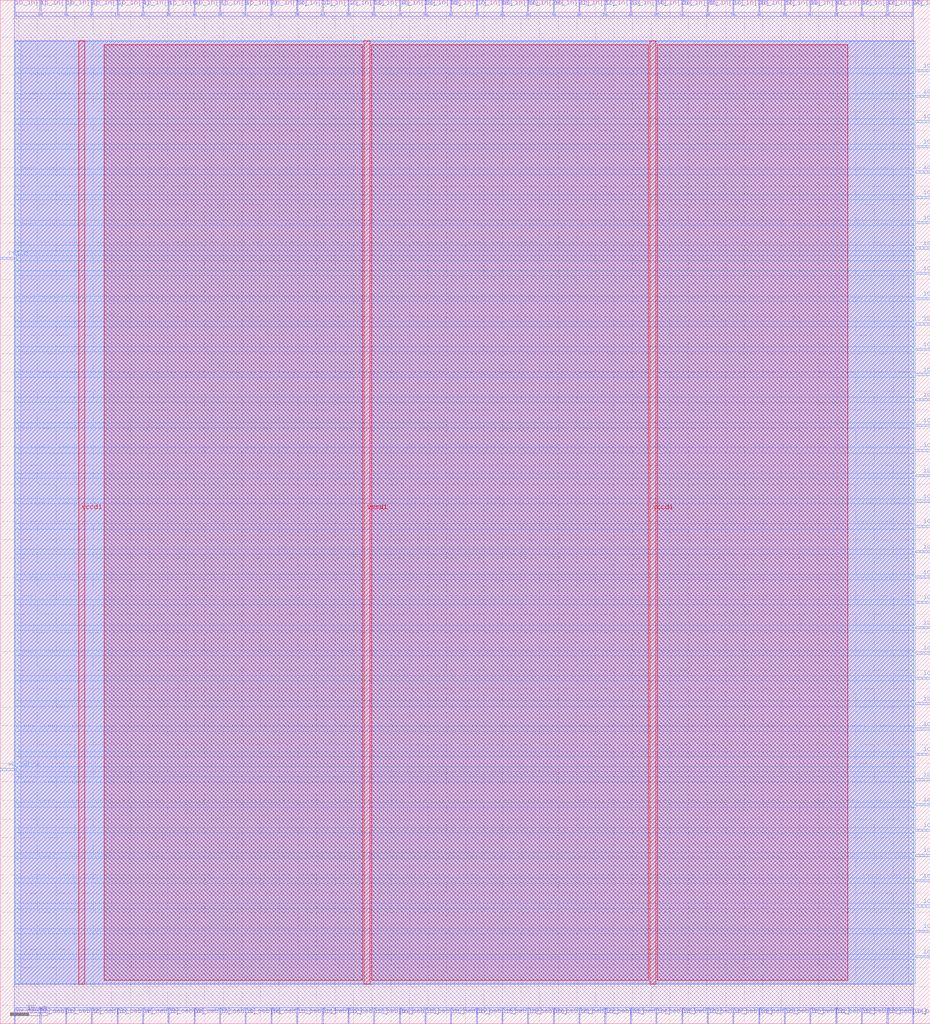
<source format=lef>
VERSION 5.7 ;
  NOWIREEXTENSIONATPIN ON ;
  DIVIDERCHAR "/" ;
  BUSBITCHARS "[]" ;
MACRO scrapcpu
  CLASS BLOCK ;
  FOREIGN scrapcpu ;
  ORIGIN 0.000 0.000 ;
  SIZE 250.000 BY 275.000 ;
  PIN io_in[0]
    DIRECTION INPUT ;
    USE SIGNAL ;
    PORT
      LAYER met2 ;
        RECT 3.770 271.000 4.050 275.000 ;
    END
  END io_in[0]
  PIN io_in[10]
    DIRECTION INPUT ;
    USE SIGNAL ;
    ANTENNAGATEAREA 0.196500 ;
    PORT
      LAYER met2 ;
        RECT 72.770 271.000 73.050 275.000 ;
    END
  END io_in[10]
  PIN io_in[11]
    DIRECTION INPUT ;
    USE SIGNAL ;
    ANTENNAGATEAREA 0.196500 ;
    PORT
      LAYER met2 ;
        RECT 79.670 271.000 79.950 275.000 ;
    END
  END io_in[11]
  PIN io_in[12]
    DIRECTION INPUT ;
    USE SIGNAL ;
    ANTENNAGATEAREA 0.196500 ;
    PORT
      LAYER met2 ;
        RECT 86.570 271.000 86.850 275.000 ;
    END
  END io_in[12]
  PIN io_in[13]
    DIRECTION INPUT ;
    USE SIGNAL ;
    ANTENNAGATEAREA 0.196500 ;
    PORT
      LAYER met2 ;
        RECT 93.470 271.000 93.750 275.000 ;
    END
  END io_in[13]
  PIN io_in[14]
    DIRECTION INPUT ;
    USE SIGNAL ;
    ANTENNAGATEAREA 0.196500 ;
    PORT
      LAYER met2 ;
        RECT 100.370 271.000 100.650 275.000 ;
    END
  END io_in[14]
  PIN io_in[15]
    DIRECTION INPUT ;
    USE SIGNAL ;
    ANTENNAGATEAREA 0.196500 ;
    PORT
      LAYER met2 ;
        RECT 107.270 271.000 107.550 275.000 ;
    END
  END io_in[15]
  PIN io_in[16]
    DIRECTION INPUT ;
    USE SIGNAL ;
    ANTENNAGATEAREA 0.196500 ;
    PORT
      LAYER met2 ;
        RECT 114.170 271.000 114.450 275.000 ;
    END
  END io_in[16]
  PIN io_in[17]
    DIRECTION INPUT ;
    USE SIGNAL ;
    ANTENNAGATEAREA 0.196500 ;
    PORT
      LAYER met2 ;
        RECT 121.070 271.000 121.350 275.000 ;
    END
  END io_in[17]
  PIN io_in[18]
    DIRECTION INPUT ;
    USE SIGNAL ;
    ANTENNAGATEAREA 0.196500 ;
    PORT
      LAYER met2 ;
        RECT 127.970 271.000 128.250 275.000 ;
    END
  END io_in[18]
  PIN io_in[19]
    DIRECTION INPUT ;
    USE SIGNAL ;
    ANTENNAGATEAREA 0.196500 ;
    PORT
      LAYER met2 ;
        RECT 134.870 271.000 135.150 275.000 ;
    END
  END io_in[19]
  PIN io_in[1]
    DIRECTION INPUT ;
    USE SIGNAL ;
    PORT
      LAYER met2 ;
        RECT 10.670 271.000 10.950 275.000 ;
    END
  END io_in[1]
  PIN io_in[20]
    DIRECTION INPUT ;
    USE SIGNAL ;
    ANTENNAGATEAREA 0.196500 ;
    PORT
      LAYER met2 ;
        RECT 141.770 271.000 142.050 275.000 ;
    END
  END io_in[20]
  PIN io_in[21]
    DIRECTION INPUT ;
    USE SIGNAL ;
    PORT
      LAYER met2 ;
        RECT 148.670 271.000 148.950 275.000 ;
    END
  END io_in[21]
  PIN io_in[22]
    DIRECTION INPUT ;
    USE SIGNAL ;
    PORT
      LAYER met2 ;
        RECT 155.570 271.000 155.850 275.000 ;
    END
  END io_in[22]
  PIN io_in[23]
    DIRECTION INPUT ;
    USE SIGNAL ;
    PORT
      LAYER met2 ;
        RECT 162.470 271.000 162.750 275.000 ;
    END
  END io_in[23]
  PIN io_in[24]
    DIRECTION INPUT ;
    USE SIGNAL ;
    PORT
      LAYER met2 ;
        RECT 169.370 271.000 169.650 275.000 ;
    END
  END io_in[24]
  PIN io_in[25]
    DIRECTION INPUT ;
    USE SIGNAL ;
    PORT
      LAYER met2 ;
        RECT 176.270 271.000 176.550 275.000 ;
    END
  END io_in[25]
  PIN io_in[26]
    DIRECTION INPUT ;
    USE SIGNAL ;
    PORT
      LAYER met2 ;
        RECT 183.170 271.000 183.450 275.000 ;
    END
  END io_in[26]
  PIN io_in[27]
    DIRECTION INPUT ;
    USE SIGNAL ;
    PORT
      LAYER met2 ;
        RECT 190.070 271.000 190.350 275.000 ;
    END
  END io_in[27]
  PIN io_in[28]
    DIRECTION INPUT ;
    USE SIGNAL ;
    PORT
      LAYER met2 ;
        RECT 196.970 271.000 197.250 275.000 ;
    END
  END io_in[28]
  PIN io_in[29]
    DIRECTION INPUT ;
    USE SIGNAL ;
    ANTENNAGATEAREA 0.126000 ;
    PORT
      LAYER met2 ;
        RECT 203.870 271.000 204.150 275.000 ;
    END
  END io_in[29]
  PIN io_in[2]
    DIRECTION INPUT ;
    USE SIGNAL ;
    PORT
      LAYER met2 ;
        RECT 17.570 271.000 17.850 275.000 ;
    END
  END io_in[2]
  PIN io_in[30]
    DIRECTION INPUT ;
    USE SIGNAL ;
    PORT
      LAYER met2 ;
        RECT 210.770 271.000 211.050 275.000 ;
    END
  END io_in[30]
  PIN io_in[31]
    DIRECTION INPUT ;
    USE SIGNAL ;
    PORT
      LAYER met2 ;
        RECT 217.670 271.000 217.950 275.000 ;
    END
  END io_in[31]
  PIN io_in[32]
    DIRECTION INPUT ;
    USE SIGNAL ;
    PORT
      LAYER met2 ;
        RECT 224.570 271.000 224.850 275.000 ;
    END
  END io_in[32]
  PIN io_in[33]
    DIRECTION INPUT ;
    USE SIGNAL ;
    PORT
      LAYER met2 ;
        RECT 231.470 271.000 231.750 275.000 ;
    END
  END io_in[33]
  PIN io_in[34]
    DIRECTION INPUT ;
    USE SIGNAL ;
    PORT
      LAYER met2 ;
        RECT 238.370 271.000 238.650 275.000 ;
    END
  END io_in[34]
  PIN io_in[35]
    DIRECTION INPUT ;
    USE SIGNAL ;
    PORT
      LAYER met2 ;
        RECT 245.270 271.000 245.550 275.000 ;
    END
  END io_in[35]
  PIN io_in[3]
    DIRECTION INPUT ;
    USE SIGNAL ;
    ANTENNAGATEAREA 0.213000 ;
    PORT
      LAYER met2 ;
        RECT 24.470 271.000 24.750 275.000 ;
    END
  END io_in[3]
  PIN io_in[4]
    DIRECTION INPUT ;
    USE SIGNAL ;
    ANTENNAGATEAREA 0.247500 ;
    PORT
      LAYER met2 ;
        RECT 31.370 271.000 31.650 275.000 ;
    END
  END io_in[4]
  PIN io_in[5]
    DIRECTION INPUT ;
    USE SIGNAL ;
    ANTENNAGATEAREA 0.159000 ;
    PORT
      LAYER met2 ;
        RECT 38.270 271.000 38.550 275.000 ;
    END
  END io_in[5]
  PIN io_in[6]
    DIRECTION INPUT ;
    USE SIGNAL ;
    ANTENNAGATEAREA 0.159000 ;
    PORT
      LAYER met2 ;
        RECT 45.170 271.000 45.450 275.000 ;
    END
  END io_in[6]
  PIN io_in[7]
    DIRECTION INPUT ;
    USE SIGNAL ;
    PORT
      LAYER met2 ;
        RECT 52.070 271.000 52.350 275.000 ;
    END
  END io_in[7]
  PIN io_in[8]
    DIRECTION INPUT ;
    USE SIGNAL ;
    PORT
      LAYER met2 ;
        RECT 58.970 271.000 59.250 275.000 ;
    END
  END io_in[8]
  PIN io_in[9]
    DIRECTION INPUT ;
    USE SIGNAL ;
    ANTENNAGATEAREA 0.196500 ;
    PORT
      LAYER met2 ;
        RECT 65.870 271.000 66.150 275.000 ;
    END
  END io_in[9]
  PIN io_oeb[0]
    DIRECTION OUTPUT TRISTATE ;
    USE SIGNAL ;
    PORT
      LAYER met2 ;
        RECT 3.770 0.000 4.050 4.000 ;
    END
  END io_oeb[0]
  PIN io_oeb[10]
    DIRECTION OUTPUT TRISTATE ;
    USE SIGNAL ;
    ANTENNADIFFAREA 2.673000 ;
    PORT
      LAYER met2 ;
        RECT 72.770 0.000 73.050 4.000 ;
    END
  END io_oeb[10]
  PIN io_oeb[11]
    DIRECTION OUTPUT TRISTATE ;
    USE SIGNAL ;
    ANTENNADIFFAREA 2.673000 ;
    PORT
      LAYER met2 ;
        RECT 79.670 0.000 79.950 4.000 ;
    END
  END io_oeb[11]
  PIN io_oeb[12]
    DIRECTION OUTPUT TRISTATE ;
    USE SIGNAL ;
    ANTENNADIFFAREA 2.673000 ;
    PORT
      LAYER met2 ;
        RECT 86.570 0.000 86.850 4.000 ;
    END
  END io_oeb[12]
  PIN io_oeb[13]
    DIRECTION OUTPUT TRISTATE ;
    USE SIGNAL ;
    ANTENNADIFFAREA 2.673000 ;
    PORT
      LAYER met2 ;
        RECT 93.470 0.000 93.750 4.000 ;
    END
  END io_oeb[13]
  PIN io_oeb[14]
    DIRECTION OUTPUT TRISTATE ;
    USE SIGNAL ;
    ANTENNADIFFAREA 2.673000 ;
    PORT
      LAYER met2 ;
        RECT 100.370 0.000 100.650 4.000 ;
    END
  END io_oeb[14]
  PIN io_oeb[15]
    DIRECTION OUTPUT TRISTATE ;
    USE SIGNAL ;
    ANTENNADIFFAREA 2.673000 ;
    PORT
      LAYER met2 ;
        RECT 107.270 0.000 107.550 4.000 ;
    END
  END io_oeb[15]
  PIN io_oeb[16]
    DIRECTION OUTPUT TRISTATE ;
    USE SIGNAL ;
    ANTENNADIFFAREA 2.673000 ;
    PORT
      LAYER met2 ;
        RECT 114.170 0.000 114.450 4.000 ;
    END
  END io_oeb[16]
  PIN io_oeb[17]
    DIRECTION OUTPUT TRISTATE ;
    USE SIGNAL ;
    ANTENNADIFFAREA 2.673000 ;
    PORT
      LAYER met2 ;
        RECT 121.070 0.000 121.350 4.000 ;
    END
  END io_oeb[17]
  PIN io_oeb[18]
    DIRECTION OUTPUT TRISTATE ;
    USE SIGNAL ;
    ANTENNADIFFAREA 2.673000 ;
    PORT
      LAYER met2 ;
        RECT 127.970 0.000 128.250 4.000 ;
    END
  END io_oeb[18]
  PIN io_oeb[19]
    DIRECTION OUTPUT TRISTATE ;
    USE SIGNAL ;
    ANTENNADIFFAREA 2.673000 ;
    PORT
      LAYER met2 ;
        RECT 134.870 0.000 135.150 4.000 ;
    END
  END io_oeb[19]
  PIN io_oeb[1]
    DIRECTION OUTPUT TRISTATE ;
    USE SIGNAL ;
    PORT
      LAYER met2 ;
        RECT 10.670 0.000 10.950 4.000 ;
    END
  END io_oeb[1]
  PIN io_oeb[20]
    DIRECTION OUTPUT TRISTATE ;
    USE SIGNAL ;
    ANTENNADIFFAREA 2.673000 ;
    PORT
      LAYER met2 ;
        RECT 141.770 0.000 142.050 4.000 ;
    END
  END io_oeb[20]
  PIN io_oeb[21]
    DIRECTION OUTPUT TRISTATE ;
    USE SIGNAL ;
    PORT
      LAYER met2 ;
        RECT 148.670 0.000 148.950 4.000 ;
    END
  END io_oeb[21]
  PIN io_oeb[22]
    DIRECTION OUTPUT TRISTATE ;
    USE SIGNAL ;
    PORT
      LAYER met2 ;
        RECT 155.570 0.000 155.850 4.000 ;
    END
  END io_oeb[22]
  PIN io_oeb[23]
    DIRECTION OUTPUT TRISTATE ;
    USE SIGNAL ;
    PORT
      LAYER met2 ;
        RECT 162.470 0.000 162.750 4.000 ;
    END
  END io_oeb[23]
  PIN io_oeb[24]
    DIRECTION OUTPUT TRISTATE ;
    USE SIGNAL ;
    PORT
      LAYER met2 ;
        RECT 169.370 0.000 169.650 4.000 ;
    END
  END io_oeb[24]
  PIN io_oeb[25]
    DIRECTION OUTPUT TRISTATE ;
    USE SIGNAL ;
    PORT
      LAYER met2 ;
        RECT 176.270 0.000 176.550 4.000 ;
    END
  END io_oeb[25]
  PIN io_oeb[26]
    DIRECTION OUTPUT TRISTATE ;
    USE SIGNAL ;
    PORT
      LAYER met2 ;
        RECT 183.170 0.000 183.450 4.000 ;
    END
  END io_oeb[26]
  PIN io_oeb[27]
    DIRECTION OUTPUT TRISTATE ;
    USE SIGNAL ;
    PORT
      LAYER met2 ;
        RECT 190.070 0.000 190.350 4.000 ;
    END
  END io_oeb[27]
  PIN io_oeb[28]
    DIRECTION OUTPUT TRISTATE ;
    USE SIGNAL ;
    PORT
      LAYER met2 ;
        RECT 196.970 0.000 197.250 4.000 ;
    END
  END io_oeb[28]
  PIN io_oeb[29]
    DIRECTION OUTPUT TRISTATE ;
    USE SIGNAL ;
    PORT
      LAYER met2 ;
        RECT 203.870 0.000 204.150 4.000 ;
    END
  END io_oeb[29]
  PIN io_oeb[2]
    DIRECTION OUTPUT TRISTATE ;
    USE SIGNAL ;
    PORT
      LAYER met2 ;
        RECT 17.570 0.000 17.850 4.000 ;
    END
  END io_oeb[2]
  PIN io_oeb[30]
    DIRECTION OUTPUT TRISTATE ;
    USE SIGNAL ;
    PORT
      LAYER met2 ;
        RECT 210.770 0.000 211.050 4.000 ;
    END
  END io_oeb[30]
  PIN io_oeb[31]
    DIRECTION OUTPUT TRISTATE ;
    USE SIGNAL ;
    ANTENNADIFFAREA 2.673000 ;
    PORT
      LAYER met2 ;
        RECT 217.670 0.000 217.950 4.000 ;
    END
  END io_oeb[31]
  PIN io_oeb[32]
    DIRECTION OUTPUT TRISTATE ;
    USE SIGNAL ;
    ANTENNADIFFAREA 2.673000 ;
    PORT
      LAYER met2 ;
        RECT 224.570 0.000 224.850 4.000 ;
    END
  END io_oeb[32]
  PIN io_oeb[33]
    DIRECTION OUTPUT TRISTATE ;
    USE SIGNAL ;
    ANTENNADIFFAREA 2.673000 ;
    PORT
      LAYER met2 ;
        RECT 231.470 0.000 231.750 4.000 ;
    END
  END io_oeb[33]
  PIN io_oeb[34]
    DIRECTION OUTPUT TRISTATE ;
    USE SIGNAL ;
    ANTENNADIFFAREA 2.673000 ;
    PORT
      LAYER met2 ;
        RECT 238.370 0.000 238.650 4.000 ;
    END
  END io_oeb[34]
  PIN io_oeb[35]
    DIRECTION OUTPUT TRISTATE ;
    USE SIGNAL ;
    ANTENNADIFFAREA 2.673000 ;
    PORT
      LAYER met2 ;
        RECT 245.270 0.000 245.550 4.000 ;
    END
  END io_oeb[35]
  PIN io_oeb[3]
    DIRECTION OUTPUT TRISTATE ;
    USE SIGNAL ;
    ANTENNADIFFAREA 2.673000 ;
    PORT
      LAYER met2 ;
        RECT 24.470 0.000 24.750 4.000 ;
    END
  END io_oeb[3]
  PIN io_oeb[4]
    DIRECTION OUTPUT TRISTATE ;
    USE SIGNAL ;
    ANTENNADIFFAREA 2.673000 ;
    PORT
      LAYER met2 ;
        RECT 31.370 0.000 31.650 4.000 ;
    END
  END io_oeb[4]
  PIN io_oeb[5]
    DIRECTION OUTPUT TRISTATE ;
    USE SIGNAL ;
    ANTENNADIFFAREA 2.673000 ;
    PORT
      LAYER met2 ;
        RECT 38.270 0.000 38.550 4.000 ;
    END
  END io_oeb[5]
  PIN io_oeb[6]
    DIRECTION OUTPUT TRISTATE ;
    USE SIGNAL ;
    ANTENNADIFFAREA 2.673000 ;
    PORT
      LAYER met2 ;
        RECT 45.170 0.000 45.450 4.000 ;
    END
  END io_oeb[6]
  PIN io_oeb[7]
    DIRECTION OUTPUT TRISTATE ;
    USE SIGNAL ;
    PORT
      LAYER met2 ;
        RECT 52.070 0.000 52.350 4.000 ;
    END
  END io_oeb[7]
  PIN io_oeb[8]
    DIRECTION OUTPUT TRISTATE ;
    USE SIGNAL ;
    PORT
      LAYER met2 ;
        RECT 58.970 0.000 59.250 4.000 ;
    END
  END io_oeb[8]
  PIN io_oeb[9]
    DIRECTION OUTPUT TRISTATE ;
    USE SIGNAL ;
    ANTENNADIFFAREA 2.673000 ;
    PORT
      LAYER met2 ;
        RECT 65.870 0.000 66.150 4.000 ;
    END
  END io_oeb[9]
  PIN io_out[0]
    DIRECTION OUTPUT TRISTATE ;
    USE SIGNAL ;
    ANTENNADIFFAREA 2.673000 ;
    PORT
      LAYER met3 ;
        RECT 246.000 17.720 250.000 18.320 ;
    END
  END io_out[0]
  PIN io_out[10]
    DIRECTION OUTPUT TRISTATE ;
    USE SIGNAL ;
    ANTENNADIFFAREA 2.673000 ;
    PORT
      LAYER met3 ;
        RECT 246.000 85.720 250.000 86.320 ;
    END
  END io_out[10]
  PIN io_out[11]
    DIRECTION OUTPUT TRISTATE ;
    USE SIGNAL ;
    ANTENNADIFFAREA 2.673000 ;
    PORT
      LAYER met3 ;
        RECT 246.000 92.520 250.000 93.120 ;
    END
  END io_out[11]
  PIN io_out[12]
    DIRECTION OUTPUT TRISTATE ;
    USE SIGNAL ;
    ANTENNADIFFAREA 2.673000 ;
    PORT
      LAYER met3 ;
        RECT 246.000 99.320 250.000 99.920 ;
    END
  END io_out[12]
  PIN io_out[13]
    DIRECTION OUTPUT TRISTATE ;
    USE SIGNAL ;
    ANTENNADIFFAREA 2.673000 ;
    PORT
      LAYER met3 ;
        RECT 246.000 106.120 250.000 106.720 ;
    END
  END io_out[13]
  PIN io_out[14]
    DIRECTION OUTPUT TRISTATE ;
    USE SIGNAL ;
    ANTENNADIFFAREA 2.673000 ;
    PORT
      LAYER met3 ;
        RECT 246.000 112.920 250.000 113.520 ;
    END
  END io_out[14]
  PIN io_out[15]
    DIRECTION OUTPUT TRISTATE ;
    USE SIGNAL ;
    ANTENNADIFFAREA 2.673000 ;
    PORT
      LAYER met3 ;
        RECT 246.000 119.720 250.000 120.320 ;
    END
  END io_out[15]
  PIN io_out[16]
    DIRECTION OUTPUT TRISTATE ;
    USE SIGNAL ;
    ANTENNADIFFAREA 2.673000 ;
    PORT
      LAYER met3 ;
        RECT 246.000 126.520 250.000 127.120 ;
    END
  END io_out[16]
  PIN io_out[17]
    DIRECTION OUTPUT TRISTATE ;
    USE SIGNAL ;
    ANTENNADIFFAREA 2.673000 ;
    PORT
      LAYER met3 ;
        RECT 246.000 133.320 250.000 133.920 ;
    END
  END io_out[17]
  PIN io_out[18]
    DIRECTION OUTPUT TRISTATE ;
    USE SIGNAL ;
    ANTENNADIFFAREA 2.673000 ;
    PORT
      LAYER met3 ;
        RECT 246.000 140.120 250.000 140.720 ;
    END
  END io_out[18]
  PIN io_out[19]
    DIRECTION OUTPUT TRISTATE ;
    USE SIGNAL ;
    ANTENNADIFFAREA 2.673000 ;
    PORT
      LAYER met3 ;
        RECT 246.000 146.920 250.000 147.520 ;
    END
  END io_out[19]
  PIN io_out[1]
    DIRECTION OUTPUT TRISTATE ;
    USE SIGNAL ;
    ANTENNADIFFAREA 2.673000 ;
    PORT
      LAYER met3 ;
        RECT 246.000 24.520 250.000 25.120 ;
    END
  END io_out[1]
  PIN io_out[20]
    DIRECTION OUTPUT TRISTATE ;
    USE SIGNAL ;
    ANTENNADIFFAREA 2.673000 ;
    PORT
      LAYER met3 ;
        RECT 246.000 153.720 250.000 154.320 ;
    END
  END io_out[20]
  PIN io_out[21]
    DIRECTION OUTPUT TRISTATE ;
    USE SIGNAL ;
    ANTENNADIFFAREA 2.673000 ;
    PORT
      LAYER met3 ;
        RECT 246.000 160.520 250.000 161.120 ;
    END
  END io_out[21]
  PIN io_out[22]
    DIRECTION OUTPUT TRISTATE ;
    USE SIGNAL ;
    ANTENNADIFFAREA 2.673000 ;
    PORT
      LAYER met3 ;
        RECT 246.000 167.320 250.000 167.920 ;
    END
  END io_out[22]
  PIN io_out[23]
    DIRECTION OUTPUT TRISTATE ;
    USE SIGNAL ;
    ANTENNADIFFAREA 2.673000 ;
    PORT
      LAYER met3 ;
        RECT 246.000 174.120 250.000 174.720 ;
    END
  END io_out[23]
  PIN io_out[24]
    DIRECTION OUTPUT TRISTATE ;
    USE SIGNAL ;
    ANTENNADIFFAREA 2.673000 ;
    PORT
      LAYER met3 ;
        RECT 246.000 180.920 250.000 181.520 ;
    END
  END io_out[24]
  PIN io_out[25]
    DIRECTION OUTPUT TRISTATE ;
    USE SIGNAL ;
    ANTENNADIFFAREA 2.673000 ;
    PORT
      LAYER met3 ;
        RECT 246.000 187.720 250.000 188.320 ;
    END
  END io_out[25]
  PIN io_out[26]
    DIRECTION OUTPUT TRISTATE ;
    USE SIGNAL ;
    ANTENNADIFFAREA 2.673000 ;
    PORT
      LAYER met3 ;
        RECT 246.000 194.520 250.000 195.120 ;
    END
  END io_out[26]
  PIN io_out[27]
    DIRECTION OUTPUT TRISTATE ;
    USE SIGNAL ;
    ANTENNADIFFAREA 2.673000 ;
    PORT
      LAYER met3 ;
        RECT 246.000 201.320 250.000 201.920 ;
    END
  END io_out[27]
  PIN io_out[28]
    DIRECTION OUTPUT TRISTATE ;
    USE SIGNAL ;
    ANTENNADIFFAREA 2.673000 ;
    PORT
      LAYER met3 ;
        RECT 246.000 208.120 250.000 208.720 ;
    END
  END io_out[28]
  PIN io_out[29]
    DIRECTION OUTPUT TRISTATE ;
    USE SIGNAL ;
    PORT
      LAYER met3 ;
        RECT 246.000 214.920 250.000 215.520 ;
    END
  END io_out[29]
  PIN io_out[2]
    DIRECTION OUTPUT TRISTATE ;
    USE SIGNAL ;
    ANTENNADIFFAREA 2.673000 ;
    PORT
      LAYER met3 ;
        RECT 246.000 31.320 250.000 31.920 ;
    END
  END io_out[2]
  PIN io_out[30]
    DIRECTION OUTPUT TRISTATE ;
    USE SIGNAL ;
    ANTENNADIFFAREA 2.673000 ;
    PORT
      LAYER met3 ;
        RECT 246.000 221.720 250.000 222.320 ;
    END
  END io_out[30]
  PIN io_out[31]
    DIRECTION OUTPUT TRISTATE ;
    USE SIGNAL ;
    PORT
      LAYER met3 ;
        RECT 246.000 228.520 250.000 229.120 ;
    END
  END io_out[31]
  PIN io_out[32]
    DIRECTION OUTPUT TRISTATE ;
    USE SIGNAL ;
    PORT
      LAYER met3 ;
        RECT 246.000 235.320 250.000 235.920 ;
    END
  END io_out[32]
  PIN io_out[33]
    DIRECTION OUTPUT TRISTATE ;
    USE SIGNAL ;
    PORT
      LAYER met3 ;
        RECT 246.000 242.120 250.000 242.720 ;
    END
  END io_out[33]
  PIN io_out[34]
    DIRECTION OUTPUT TRISTATE ;
    USE SIGNAL ;
    PORT
      LAYER met3 ;
        RECT 246.000 248.920 250.000 249.520 ;
    END
  END io_out[34]
  PIN io_out[35]
    DIRECTION OUTPUT TRISTATE ;
    USE SIGNAL ;
    PORT
      LAYER met3 ;
        RECT 246.000 255.720 250.000 256.320 ;
    END
  END io_out[35]
  PIN io_out[3]
    DIRECTION OUTPUT TRISTATE ;
    USE SIGNAL ;
    ANTENNADIFFAREA 2.673000 ;
    PORT
      LAYER met3 ;
        RECT 246.000 38.120 250.000 38.720 ;
    END
  END io_out[3]
  PIN io_out[4]
    DIRECTION OUTPUT TRISTATE ;
    USE SIGNAL ;
    ANTENNADIFFAREA 2.673000 ;
    PORT
      LAYER met3 ;
        RECT 246.000 44.920 250.000 45.520 ;
    END
  END io_out[4]
  PIN io_out[5]
    DIRECTION OUTPUT TRISTATE ;
    USE SIGNAL ;
    ANTENNADIFFAREA 2.673000 ;
    PORT
      LAYER met3 ;
        RECT 246.000 51.720 250.000 52.320 ;
    END
  END io_out[5]
  PIN io_out[6]
    DIRECTION OUTPUT TRISTATE ;
    USE SIGNAL ;
    ANTENNADIFFAREA 2.673000 ;
    PORT
      LAYER met3 ;
        RECT 246.000 58.520 250.000 59.120 ;
    END
  END io_out[6]
  PIN io_out[7]
    DIRECTION OUTPUT TRISTATE ;
    USE SIGNAL ;
    ANTENNADIFFAREA 2.673000 ;
    PORT
      LAYER met3 ;
        RECT 246.000 65.320 250.000 65.920 ;
    END
  END io_out[7]
  PIN io_out[8]
    DIRECTION OUTPUT TRISTATE ;
    USE SIGNAL ;
    ANTENNADIFFAREA 2.673000 ;
    PORT
      LAYER met3 ;
        RECT 246.000 72.120 250.000 72.720 ;
    END
  END io_out[8]
  PIN io_out[9]
    DIRECTION OUTPUT TRISTATE ;
    USE SIGNAL ;
    ANTENNADIFFAREA 2.673000 ;
    PORT
      LAYER met3 ;
        RECT 246.000 78.920 250.000 79.520 ;
    END
  END io_out[9]
  PIN rst_n
    DIRECTION INPUT ;
    USE SIGNAL ;
    ANTENNAGATEAREA 0.159000 ;
    PORT
      LAYER met3 ;
        RECT 0.000 205.400 4.000 206.000 ;
    END
  END rst_n
  PIN vccd1
    DIRECTION INOUT ;
    USE POWER ;
    PORT
      LAYER met4 ;
        RECT 21.040 10.640 22.640 264.080 ;
    END
    PORT
      LAYER met4 ;
        RECT 174.640 10.640 176.240 264.080 ;
    END
  END vccd1
  PIN vssd1
    DIRECTION INOUT ;
    USE GROUND ;
    PORT
      LAYER met4 ;
        RECT 97.840 10.640 99.440 264.080 ;
    END
  END vssd1
  PIN wb_clk_i
    DIRECTION INPUT ;
    USE SIGNAL ;
    ANTENNAGATEAREA 0.852000 ;
    PORT
      LAYER met3 ;
        RECT 0.000 68.040 4.000 68.640 ;
    END
  END wb_clk_i
  OBS
      LAYER li1 ;
        RECT 5.520 10.795 244.260 263.925 ;
      LAYER met1 ;
        RECT 3.750 10.640 245.570 264.080 ;
      LAYER met2 ;
        RECT 4.330 270.720 10.390 271.730 ;
        RECT 11.230 270.720 17.290 271.730 ;
        RECT 18.130 270.720 24.190 271.730 ;
        RECT 25.030 270.720 31.090 271.730 ;
        RECT 31.930 270.720 37.990 271.730 ;
        RECT 38.830 270.720 44.890 271.730 ;
        RECT 45.730 270.720 51.790 271.730 ;
        RECT 52.630 270.720 58.690 271.730 ;
        RECT 59.530 270.720 65.590 271.730 ;
        RECT 66.430 270.720 72.490 271.730 ;
        RECT 73.330 270.720 79.390 271.730 ;
        RECT 80.230 270.720 86.290 271.730 ;
        RECT 87.130 270.720 93.190 271.730 ;
        RECT 94.030 270.720 100.090 271.730 ;
        RECT 100.930 270.720 106.990 271.730 ;
        RECT 107.830 270.720 113.890 271.730 ;
        RECT 114.730 270.720 120.790 271.730 ;
        RECT 121.630 270.720 127.690 271.730 ;
        RECT 128.530 270.720 134.590 271.730 ;
        RECT 135.430 270.720 141.490 271.730 ;
        RECT 142.330 270.720 148.390 271.730 ;
        RECT 149.230 270.720 155.290 271.730 ;
        RECT 156.130 270.720 162.190 271.730 ;
        RECT 163.030 270.720 169.090 271.730 ;
        RECT 169.930 270.720 175.990 271.730 ;
        RECT 176.830 270.720 182.890 271.730 ;
        RECT 183.730 270.720 189.790 271.730 ;
        RECT 190.630 270.720 196.690 271.730 ;
        RECT 197.530 270.720 203.590 271.730 ;
        RECT 204.430 270.720 210.490 271.730 ;
        RECT 211.330 270.720 217.390 271.730 ;
        RECT 218.230 270.720 224.290 271.730 ;
        RECT 225.130 270.720 231.190 271.730 ;
        RECT 232.030 270.720 238.090 271.730 ;
        RECT 238.930 270.720 244.990 271.730 ;
        RECT 3.780 4.280 245.540 270.720 ;
        RECT 4.330 3.670 10.390 4.280 ;
        RECT 11.230 3.670 17.290 4.280 ;
        RECT 18.130 3.670 24.190 4.280 ;
        RECT 25.030 3.670 31.090 4.280 ;
        RECT 31.930 3.670 37.990 4.280 ;
        RECT 38.830 3.670 44.890 4.280 ;
        RECT 45.730 3.670 51.790 4.280 ;
        RECT 52.630 3.670 58.690 4.280 ;
        RECT 59.530 3.670 65.590 4.280 ;
        RECT 66.430 3.670 72.490 4.280 ;
        RECT 73.330 3.670 79.390 4.280 ;
        RECT 80.230 3.670 86.290 4.280 ;
        RECT 87.130 3.670 93.190 4.280 ;
        RECT 94.030 3.670 100.090 4.280 ;
        RECT 100.930 3.670 106.990 4.280 ;
        RECT 107.830 3.670 113.890 4.280 ;
        RECT 114.730 3.670 120.790 4.280 ;
        RECT 121.630 3.670 127.690 4.280 ;
        RECT 128.530 3.670 134.590 4.280 ;
        RECT 135.430 3.670 141.490 4.280 ;
        RECT 142.330 3.670 148.390 4.280 ;
        RECT 149.230 3.670 155.290 4.280 ;
        RECT 156.130 3.670 162.190 4.280 ;
        RECT 163.030 3.670 169.090 4.280 ;
        RECT 169.930 3.670 175.990 4.280 ;
        RECT 176.830 3.670 182.890 4.280 ;
        RECT 183.730 3.670 189.790 4.280 ;
        RECT 190.630 3.670 196.690 4.280 ;
        RECT 197.530 3.670 203.590 4.280 ;
        RECT 204.430 3.670 210.490 4.280 ;
        RECT 211.330 3.670 217.390 4.280 ;
        RECT 218.230 3.670 224.290 4.280 ;
        RECT 225.130 3.670 231.190 4.280 ;
        RECT 232.030 3.670 238.090 4.280 ;
        RECT 238.930 3.670 244.990 4.280 ;
      LAYER met3 ;
        RECT 4.000 256.720 246.000 264.005 ;
        RECT 4.000 255.320 245.600 256.720 ;
        RECT 4.000 249.920 246.000 255.320 ;
        RECT 4.000 248.520 245.600 249.920 ;
        RECT 4.000 243.120 246.000 248.520 ;
        RECT 4.000 241.720 245.600 243.120 ;
        RECT 4.000 236.320 246.000 241.720 ;
        RECT 4.000 234.920 245.600 236.320 ;
        RECT 4.000 229.520 246.000 234.920 ;
        RECT 4.000 228.120 245.600 229.520 ;
        RECT 4.000 222.720 246.000 228.120 ;
        RECT 4.000 221.320 245.600 222.720 ;
        RECT 4.000 215.920 246.000 221.320 ;
        RECT 4.000 214.520 245.600 215.920 ;
        RECT 4.000 209.120 246.000 214.520 ;
        RECT 4.000 207.720 245.600 209.120 ;
        RECT 4.000 206.400 246.000 207.720 ;
        RECT 4.400 205.000 246.000 206.400 ;
        RECT 4.000 202.320 246.000 205.000 ;
        RECT 4.000 200.920 245.600 202.320 ;
        RECT 4.000 195.520 246.000 200.920 ;
        RECT 4.000 194.120 245.600 195.520 ;
        RECT 4.000 188.720 246.000 194.120 ;
        RECT 4.000 187.320 245.600 188.720 ;
        RECT 4.000 181.920 246.000 187.320 ;
        RECT 4.000 180.520 245.600 181.920 ;
        RECT 4.000 175.120 246.000 180.520 ;
        RECT 4.000 173.720 245.600 175.120 ;
        RECT 4.000 168.320 246.000 173.720 ;
        RECT 4.000 166.920 245.600 168.320 ;
        RECT 4.000 161.520 246.000 166.920 ;
        RECT 4.000 160.120 245.600 161.520 ;
        RECT 4.000 154.720 246.000 160.120 ;
        RECT 4.000 153.320 245.600 154.720 ;
        RECT 4.000 147.920 246.000 153.320 ;
        RECT 4.000 146.520 245.600 147.920 ;
        RECT 4.000 141.120 246.000 146.520 ;
        RECT 4.000 139.720 245.600 141.120 ;
        RECT 4.000 134.320 246.000 139.720 ;
        RECT 4.000 132.920 245.600 134.320 ;
        RECT 4.000 127.520 246.000 132.920 ;
        RECT 4.000 126.120 245.600 127.520 ;
        RECT 4.000 120.720 246.000 126.120 ;
        RECT 4.000 119.320 245.600 120.720 ;
        RECT 4.000 113.920 246.000 119.320 ;
        RECT 4.000 112.520 245.600 113.920 ;
        RECT 4.000 107.120 246.000 112.520 ;
        RECT 4.000 105.720 245.600 107.120 ;
        RECT 4.000 100.320 246.000 105.720 ;
        RECT 4.000 98.920 245.600 100.320 ;
        RECT 4.000 93.520 246.000 98.920 ;
        RECT 4.000 92.120 245.600 93.520 ;
        RECT 4.000 86.720 246.000 92.120 ;
        RECT 4.000 85.320 245.600 86.720 ;
        RECT 4.000 79.920 246.000 85.320 ;
        RECT 4.000 78.520 245.600 79.920 ;
        RECT 4.000 73.120 246.000 78.520 ;
        RECT 4.000 71.720 245.600 73.120 ;
        RECT 4.000 69.040 246.000 71.720 ;
        RECT 4.400 67.640 246.000 69.040 ;
        RECT 4.000 66.320 246.000 67.640 ;
        RECT 4.000 64.920 245.600 66.320 ;
        RECT 4.000 59.520 246.000 64.920 ;
        RECT 4.000 58.120 245.600 59.520 ;
        RECT 4.000 52.720 246.000 58.120 ;
        RECT 4.000 51.320 245.600 52.720 ;
        RECT 4.000 45.920 246.000 51.320 ;
        RECT 4.000 44.520 245.600 45.920 ;
        RECT 4.000 39.120 246.000 44.520 ;
        RECT 4.000 37.720 245.600 39.120 ;
        RECT 4.000 32.320 246.000 37.720 ;
        RECT 4.000 30.920 245.600 32.320 ;
        RECT 4.000 25.520 246.000 30.920 ;
        RECT 4.000 24.120 245.600 25.520 ;
        RECT 4.000 18.720 246.000 24.120 ;
        RECT 4.000 17.320 245.600 18.720 ;
        RECT 4.000 10.715 246.000 17.320 ;
      LAYER met4 ;
        RECT 27.895 11.735 97.440 262.985 ;
        RECT 99.840 11.735 174.240 262.985 ;
        RECT 176.640 11.735 227.865 262.985 ;
  END
END scrapcpu
END LIBRARY


</source>
